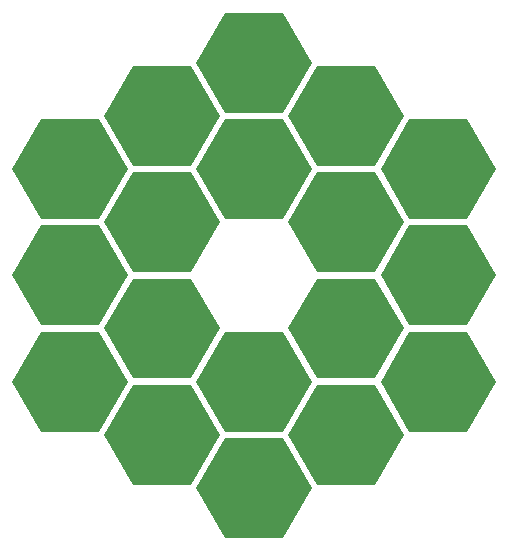
<source format=gbr>
%TF.GenerationSoftware,KiCad,Pcbnew,(6.0.9-0)*%
%TF.CreationDate,2022-12-22T12:47:34+01:00*%
%TF.ProjectId,jwst,6a777374-2e6b-4696-9361-645f70636258,rev?*%
%TF.SameCoordinates,Original*%
%TF.FileFunction,Soldermask,Bot*%
%TF.FilePolarity,Negative*%
%FSLAX46Y46*%
G04 Gerber Fmt 4.6, Leading zero omitted, Abs format (unit mm)*
G04 Created by KiCad (PCBNEW (6.0.9-0)) date 2022-12-22 12:47:34*
%MOMM*%
%LPD*%
G01*
G04 APERTURE LIST*
%ADD10C,0.000000*%
G04 APERTURE END LIST*
D10*
G36*
X63127562Y-46300017D02*
G01*
X60683806Y-50529713D01*
X55796143Y-50529713D01*
X53352391Y-46300017D01*
X55796143Y-42070325D01*
X60683806Y-42070325D01*
X63127562Y-46300017D01*
G37*
G36*
X55327585Y-59800025D02*
G01*
X52883831Y-64029720D01*
X47996168Y-64029720D01*
X45552415Y-59800025D01*
X47996168Y-55570333D01*
X52883831Y-55570333D01*
X55327585Y-59800025D01*
G37*
G36*
X86527586Y-41800018D02*
G01*
X84083836Y-46029713D01*
X79196170Y-46029713D01*
X76752418Y-41800018D01*
X79196170Y-37570326D01*
X84083836Y-37570326D01*
X86527586Y-41800018D01*
G37*
G36*
X70927562Y-59800025D02*
G01*
X68483807Y-64029720D01*
X63596144Y-64029720D01*
X61152392Y-59800025D01*
X63596144Y-55570333D01*
X68483807Y-55570333D01*
X70927562Y-59800025D01*
G37*
G36*
X55327585Y-50800015D02*
G01*
X52883831Y-55029710D01*
X47996168Y-55029710D01*
X45552415Y-50800015D01*
X47996168Y-46570324D01*
X52883831Y-46570324D01*
X55327585Y-50800015D01*
G37*
G36*
X70927562Y-32799993D02*
G01*
X68483807Y-37029688D01*
X63596144Y-37029688D01*
X61152392Y-32799993D01*
X63596144Y-28570302D01*
X68483807Y-28570302D01*
X70927562Y-32799993D01*
G37*
G36*
X63127562Y-64300054D02*
G01*
X60683806Y-68529749D01*
X55796143Y-68529749D01*
X53352391Y-64300054D01*
X55796143Y-60070365D01*
X60683806Y-60070365D01*
X63127562Y-64300054D01*
G37*
G36*
X78727589Y-64300054D02*
G01*
X76283834Y-68529749D01*
X71396170Y-68529749D01*
X68952418Y-64300054D01*
X71396170Y-60070365D01*
X76283834Y-60070365D01*
X78727589Y-64300054D01*
G37*
G36*
X63127562Y-55300015D02*
G01*
X60683806Y-59529710D01*
X55796143Y-59529710D01*
X53352391Y-55300015D01*
X55796143Y-51070325D01*
X60683806Y-51070325D01*
X63127562Y-55300015D01*
G37*
G36*
X86527586Y-59800025D02*
G01*
X84083836Y-64029720D01*
X79196170Y-64029720D01*
X76752418Y-59800025D01*
X79196170Y-55570333D01*
X84083836Y-55570333D01*
X86527586Y-59800025D01*
G37*
G36*
X55327585Y-41800018D02*
G01*
X52883831Y-46029713D01*
X47996168Y-46029713D01*
X45552415Y-41800018D01*
X47996168Y-37570326D01*
X52883831Y-37570326D01*
X55327585Y-41800018D01*
G37*
G36*
X70927562Y-68800003D02*
G01*
X68483807Y-73029698D01*
X63596144Y-73029698D01*
X61152392Y-68800003D01*
X63596144Y-64570311D01*
X68483807Y-64570311D01*
X70927562Y-68800003D01*
G37*
G36*
X86527586Y-50800015D02*
G01*
X84083836Y-55029710D01*
X79196170Y-55029710D01*
X76752418Y-50800015D01*
X79196170Y-46570324D01*
X84083836Y-46570324D01*
X86527586Y-50800015D01*
G37*
G36*
X78727589Y-37300027D02*
G01*
X76283834Y-41529722D01*
X71396170Y-41529722D01*
X68952418Y-37300027D01*
X71396170Y-33070336D01*
X76283834Y-33070336D01*
X78727589Y-37300027D01*
G37*
G36*
X63127562Y-37300027D02*
G01*
X60683806Y-41529722D01*
X55796143Y-41529722D01*
X53352391Y-37300027D01*
X55796143Y-33070336D01*
X60683806Y-33070336D01*
X63127562Y-37300027D01*
G37*
G36*
X78727589Y-46300017D02*
G01*
X76283834Y-50529713D01*
X71396170Y-50529713D01*
X68952418Y-46300017D01*
X71396170Y-42070325D01*
X76283834Y-42070325D01*
X78727589Y-46300017D01*
G37*
G36*
X70927562Y-41800018D02*
G01*
X68483807Y-46029713D01*
X63596144Y-46029713D01*
X61152392Y-41800018D01*
X63596144Y-37570326D01*
X68483807Y-37570326D01*
X70927562Y-41800018D01*
G37*
G36*
X78727589Y-55300015D02*
G01*
X76283834Y-59529710D01*
X71396170Y-59529710D01*
X68952418Y-55300015D01*
X71396170Y-51070325D01*
X76283834Y-51070325D01*
X78727589Y-55300015D01*
G37*
M02*

</source>
